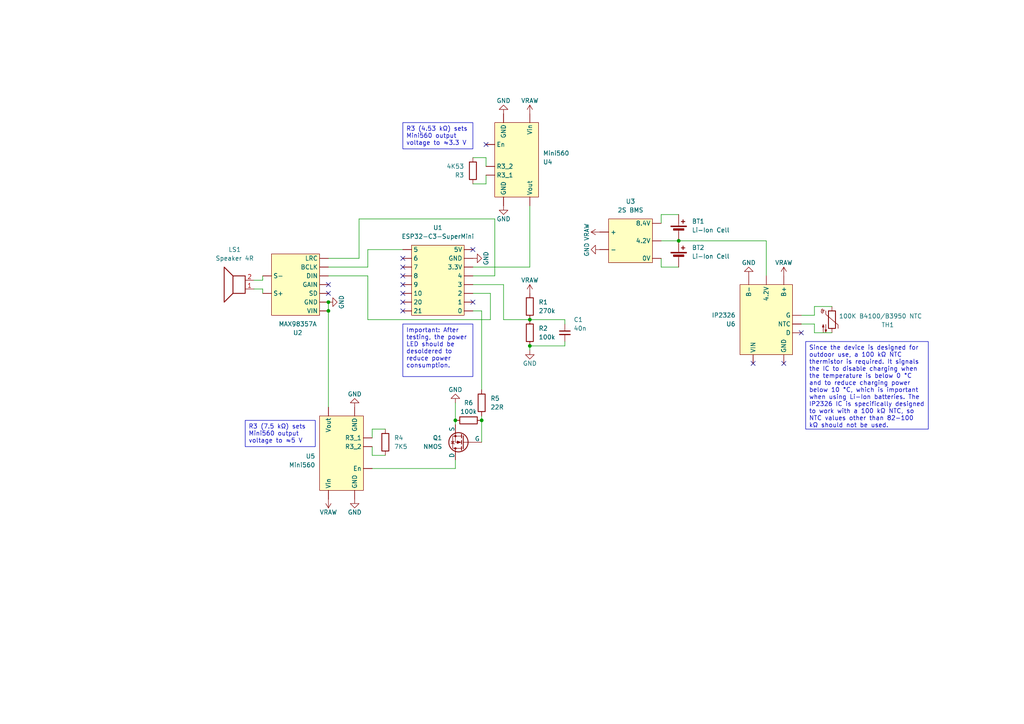
<source format=kicad_sch>
(kicad_sch (version 20250114) (generator "eeschema") (generator_version "9.0")
  (paper "A4")
  (lib_symbols
    (symbol "CustomModules:2S-BMS-LiIon"
      (property "Reference" "U" (at 0 0 0))
      (property "Value" "2S BMS" (at 0.254 2.54 0))
      (symbol "2S-BMS-LiIon_0_1"
        (rectangle (start -6.35 6.35) (end 6.35 -6.35) (fill (type background)))
      )
      (symbol "2S-BMS-LiIon_1_1"
        (pin bidirectional line (at -8.89 2.54 0) (length 2.54) (name "+") (number ""))
        (pin bidirectional line (at -8.89 -2.54 0) (length 2.54) (name "-") (number ""))
        (pin power_in line (at 8.89 5.08 180) (length 2.54) (name "8.4V") (number ""))
        (pin power_in line (at 8.89 0 180) (length 2.54) (name "4.2V") (number ""))
        (pin power_in line (at 8.89 -5.08 180) (length 2.54) (name "0V") (number ""))
      )
    )
    (symbol "CustomModules:ESP32-C3-SuperMini"
      (property "Reference" "U" (at 0 3.81 0))
      (property "Value" "ESP32-C3-SuperMini" (at 0.508 12.7 0))
      (symbol "ESP32-C3-SuperMini_0_1"
        (rectangle (start -7.62 10.16) (end 7.62 -10.16) (fill (type background)))
      )
      (symbol "ESP32-C3-SuperMini_1_1"
        (pin bidirectional line (at -10.16 8.89 0) (length 2.54) (name "5") (number ""))
        (pin bidirectional line (at -10.16 6.35 0) (length 2.54) (name "6") (number ""))
        (pin bidirectional line (at -10.16 3.81 0) (length 2.54) (name "7") (number ""))
        (pin bidirectional line (at -10.16 1.27 0) (length 2.54) (name "8") (number ""))
        (pin bidirectional line (at -10.16 -1.27 0) (length 2.54) (name "9") (number ""))
        (pin bidirectional line (at -10.16 -3.81 0) (length 2.54) (name "10") (number ""))
        (pin bidirectional line (at -10.16 -6.35 0) (length 2.54) (name "20") (number ""))
        (pin bidirectional line (at -10.16 -8.89 0) (length 2.54) (name "21") (number ""))
        (pin power_in line (at 10.16 8.89 180) (length 2.54) (name "5V") (number ""))
        (pin power_in line (at 10.16 6.35 180) (length 2.54) (name "GND") (number ""))
        (pin power_in line (at 10.16 3.81 180) (length 2.54) (name "3.3V") (number ""))
        (pin bidirectional line (at 10.16 1.27 180) (length 2.54) (name "4") (number ""))
        (pin bidirectional line (at 10.16 -1.27 180) (length 2.54) (name "3") (number ""))
        (pin bidirectional line (at 10.16 -3.81 180) (length 2.54) (name "2") (number ""))
        (pin bidirectional line (at 10.16 -6.35 180) (length 2.54) (name "1") (number ""))
        (pin bidirectional line (at 10.16 -8.89 180) (length 2.54) (name "0") (number ""))
      )
    )
    (symbol "CustomModules:IP2326-Module"
      (property "Reference" "U" (at 0 0 0))
      (property "Value" "IP2326" (at -0.254 22.86 0))
      (symbol "IP2326-Module_0_1"
        (rectangle (start -7.62 8.89) (end 7.62 -11.43) (fill (type background)))
      )
      (symbol "IP2326-Module_1_1"
        (pin output line (at -10.16 2.54 0) (length 2.54) (name "D") (number ""))
        (pin output line (at -10.16 0 0) (length 2.54) (name "NTC") (number ""))
        (pin power_in line (at -10.16 -2.54 0) (length 2.54) (name "G") (number ""))
        (pin power_in line (at -5.08 11.43 270) (length 2.54) (name "GND") (number ""))
        (pin power_out line (at -5.08 -13.97 90) (length 2.54) (name "B+") (number ""))
        (pin unspecified line (at 0 -13.97 90) (length 2.54) (name "4.2V") (number ""))
        (pin power_in line (at 3.81 11.43 270) (length 2.54) (name "VIN") (number ""))
        (pin power_out line (at 5.08 -13.97 90) (length 2.54) (name "B-") (number ""))
      )
    )
    (symbol "CustomModules:MAX98357A-Module"
      (property "Reference" "U" (at 0 1.524 0))
      (property "Value" "MAX98357A" (at 0.254 3.556 0))
      (symbol "MAX98357A-Module_0_1"
        (rectangle (start -8.89 8.89) (end 8.89 -5.08) (fill (type background)))
      )
      (symbol "MAX98357A-Module_1_1"
        (pin input line (at -7.62 -7.62 90) (length 2.54) (name "LRC") (number ""))
        (pin input line (at -5.08 -7.62 90) (length 2.54) (name "BCLK") (number ""))
        (pin output line (at -2.54 11.43 270) (length 2.54) (name "S-") (number ""))
        (pin input line (at -2.54 -7.62 90) (length 2.54) (name "DIN") (number ""))
        (pin input line (at 0 -7.62 90) (length 2.54) (name "GAIN") (number ""))
        (pin output line (at 2.54 11.43 270) (length 2.54) (name "S+") (number ""))
        (pin input line (at 2.54 -7.62 90) (length 2.54) (name "SD") (number ""))
        (pin power_in line (at 5.08 -7.62 90) (length 2.54) (name "GND") (number ""))
        (pin power_in line (at 7.62 -7.62 90) (length 2.54) (name "VIN") (number ""))
      )
    )
    (symbol "CustomModules:Mini560"
      (property "Reference" "U" (at 0 0 0))
      (property "Value" "Mini560" (at 0 15.24 0))
      (symbol "Mini560_0_1"
        (rectangle (start -6.35 11.43) (end 6.35 -10.16) (fill (type background)))
      )
      (symbol "Mini560_1_1"
        (pin power_out line (at -3.81 13.97 270) (length 2.54) (name "Vout") (number ""))
        (pin power_in line (at -3.81 -12.7 90) (length 2.54) (name "Vin") (number ""))
        (pin power_out line (at 3.81 13.97 270) (length 2.54) (name "GND") (number ""))
        (pin power_in line (at 3.81 -12.7 90) (length 2.54) (name "GND") (number ""))
        (pin unspecified line (at 8.89 5.08 180) (length 2.54) (name "R3_1") (number ""))
        (pin unspecified line (at 8.89 2.54 180) (length 2.54) (name "R3_2") (number ""))
        (pin unspecified line (at 8.89 -3.81 180) (length 2.54) (name "En") (number ""))
      )
    )
    (symbol "Device:Battery_Cell" (pin_numbers (hide yes)) (pin_names (offset 0) (hide yes))
      (property "Reference" "BT" (at 2.54 2.54 0))
      (property "Value" "Battery_Cell" (at 2.54 0 0))
      (symbol "Battery_Cell_0_1"
        (rectangle (start -2.286 1.778) (end 2.286 1.524) (fill (type outline)))
        (rectangle (start -1.524 1.016) (end 1.524 0.508) (fill (type outline)))
        (polyline (pts (xy 0 1.778) (xy 0 2.54)))
        (polyline (pts (xy 0 0.762) (xy 0 0)))
        (polyline (pts (xy 0.762 3.048) (xy 1.778 3.048)) (stroke (width 0.254)))
        (polyline (pts (xy 1.27 3.556) (xy 1.27 2.54)) (stroke (width 0.254)))
      )
      (symbol "Battery_Cell_1_1"
        (pin passive line (at 0 5.08 270) (length 2.54) (name "+") (number "1"))
        (pin passive line (at 0 -2.54 90) (length 2.54) (name "-") (number "2"))
      )
    )
    (symbol "Device:R" (pin_numbers (hide yes)) (pin_names (offset 0))
      (property "Reference" "R" (at 2.032 0 90))
      (property "Value" "R" (at 0 0 90))
      (symbol "R_0_1"
        (rectangle (start -1.016 -2.54) (end 1.016 2.54) (stroke (width 0.254)))
      )
      (symbol "R_1_1"
        (pin passive line (at 0 3.81 270) (length 1.27) (name "~") (number "1"))
        (pin passive line (at 0 -3.81 90) (length 1.27) (name "~") (number "2"))
      )
    )
    (symbol "Device:Speaker" (pin_names (offset 0) (hide yes))
      (property "Reference" "LS" (at 1.27 5.715 0))
      (property "Value" "Speaker" (at 1.27 3.81 0))
      (symbol "Speaker_0_0"
        (rectangle (start -2.54 1.27) (end 1.016 -3.81) (stroke (width 0.254)))
        (polyline (pts (xy 1.016 1.27) (xy 3.556 3.81) (xy 3.556 -6.35) (xy 1.016 -3.81)) (stroke (width 0.254)))
      )
      (symbol "Speaker_1_1"
        (pin input line (at -5.08 0 0) (length 2.54) (name "1") (number "1"))
        (pin input line (at -5.08 -2.54 0) (length 2.54) (name "2") (number "2"))
      )
    )
    (symbol "Device:Thermistor_NTC" (pin_numbers (hide yes)) (pin_names (offset 0))
      (property "Reference" "TH" (at -4.445 0 90))
      (property "Value" "Thermistor_NTC" (at 3.175 0 90))
      (symbol "Thermistor_NTC_0_1"
        (arc (start -3.175 2.413) (mid -3.0506 2.3165) (end -3.048 2.159))
        (arc (start -3.048 2.794) (mid -2.9736 2.9736) (end -2.794 3.048))
        (arc (start -2.794 3.048) (mid -2.6144 2.9736) (end -2.54 2.794))
        (arc (start -2.794 2.54) (mid -2.9736 2.6144) (end -3.048 2.794))
        (arc (start -2.794 1.905) (mid -2.9736 1.9794) (end -3.048 2.159))
        (arc (start -2.54 2.159) (mid -2.6144 1.9794) (end -2.794 1.905))
        (arc (start -2.159 2.794) (mid -2.434 2.5608) (end -2.794 2.54))
        (polyline (pts (xy -2.54 2.159) (xy -2.54 2.794)))
        (polyline (pts (xy -2.54 -3.683) (xy -2.54 -1.397) (xy -2.794 -2.159) (xy -2.286 -2.159) (xy -2.54 -1.397) (xy -2.54 -1.651)) (fill (type outline)))
        (polyline (pts (xy -1.778 2.54) (xy -1.778 1.524) (xy 1.778 -1.524) (xy 1.778 -2.54)))
        (polyline (pts (xy -1.778 -1.397) (xy -1.778 -3.683) (xy -2.032 -2.921) (xy -1.524 -2.921) (xy -1.778 -3.683) (xy -1.778 -3.429)) (fill (type outline)))
        (rectangle (start -1.016 2.54) (end 1.016 -2.54) (stroke (width 0.254)))
      )
      (symbol "Thermistor_NTC_1_1"
        (pin passive line (at 0 3.81 270) (length 1.27) (name "~") (number "1"))
        (pin passive line (at 0 -3.81 90) (length 1.27) (name "~") (number "2"))
      )
    )
    (symbol "Mini560_1"
      (property "Reference" "U" (at 0 0 0))
      (property "Value" "Mini560" (at 0 15.24 0))
      (symbol "Mini560_1_0_1"
        (rectangle (start -6.35 11.43) (end 6.35 -10.16) (fill (type background)))
      )
      (symbol "Mini560_1_1_1"
        (pin power_out line (at -3.81 13.97 270) (length 2.54) (name "Vout") (number ""))
        (pin power_in line (at -3.81 -12.7 90) (length 2.54) (name "Vin") (number ""))
        (pin power_out line (at 3.81 13.97 270) (length 2.54) (name "GND") (number ""))
        (pin power_in line (at 3.81 -12.7 90) (length 2.54) (name "GND") (number ""))
        (pin unspecified line (at 8.89 5.08 180) (length 2.54) (name "R3_1") (number ""))
        (pin unspecified line (at 8.89 2.54 180) (length 2.54) (name "R3_2") (number ""))
        (pin unspecified line (at 8.89 -3.81 180) (length 2.54) (name "En") (number ""))
      )
    )
    (symbol "PCM_SparkFun-Capacitor:C" (pin_numbers (hide yes)) (pin_names (offset 0.254))
      (property "Reference" "C" (at 0.635 2.54 0))
      (property "Value" "C" (at 0.635 -2.54 0))
      (property "Voltage" "1kV" (at 0 -6.35 0))
      (property "Tolerance" "100%" (at 0 -8.89 0))
      (symbol "C_0_1"
        (polyline (pts (xy -1.524 0.508) (xy 1.524 0.508)) (stroke (width 0.3048)))
        (polyline (pts (xy -1.524 -0.508) (xy 1.524 -0.508)) (stroke (width 0.3302)))
      )
      (symbol "C_1_1"
        (pin passive line (at 0 2.54 270) (length 2.032) (name "~") (number "1"))
        (pin passive line (at 0 -2.54 90) (length 2.032) (name "~") (number "2"))
      )
    )
    (symbol "PCM_SparkFun-PowerSymbol:GND" (power) (pin_names (offset 0))
      (property "Value" "GND" (at 0 -3.81 0))
      (symbol "GND_0_1"
        (polyline (pts (xy 0 0) (xy 0 -1.27) (xy 1.27 -1.27) (xy 0 -2.54) (xy -1.27 -1.27) (xy 0 -1.27)))
      )
      (symbol "GND_1_1"
        (pin power_in line (at 0 0 270) (length 0) (hide yes) (name "GND") (number "1"))
      )
    )
    (symbol "PCM_SparkFun-PowerSymbol:VRAW" (power) (pin_names (offset 0))
      (property "Value" "VRAW" (at 0 3.81 0))
      (symbol "VRAW_0_1"
        (polyline (pts (xy -0.762 1.27) (xy 0 2.54)))
        (polyline (pts (xy 0 2.54) (xy 0.762 1.27)))
        (polyline (pts (xy 0 0) (xy 0 2.54)))
      )
      (symbol "VRAW_1_1"
        (pin power_in line (at 0 0 90) (length 0) (hide yes) (name "VRAW") (number "1"))
      )
    )
    (symbol "Simulation_SPICE:NMOS" (pin_numbers (hide yes)) (pin_names (offset 0))
      (property "Reference" "Q" (at 5.08 1.27 0))
      (property "Value" "NMOS" (at 5.08 -1.27 0))
      (symbol "NMOS_0_1"
        (polyline (pts (xy 0.254 1.905) (xy 0.254 -1.905)) (stroke (width 0.254)))
        (polyline (pts (xy 0.254 0) (xy -2.54 0)))
        (polyline (pts (xy 0.762 2.286) (xy 0.762 1.27)) (stroke (width 0.254)))
        (polyline (pts (xy 0.762 0.508) (xy 0.762 -0.508)) (stroke (width 0.254)))
        (polyline (pts (xy 0.762 -1.27) (xy 0.762 -2.286)) (stroke (width 0.254)))
        (polyline (pts (xy 0.762 -1.778) (xy 3.302 -1.778) (xy 3.302 1.778) (xy 0.762 1.778)))
        (polyline (pts (xy 1.016 0) (xy 2.032 0.381) (xy 2.032 -0.381) (xy 1.016 0)) (fill (type outline)))
        (circle (center 1.651 0) (radius 2.794) (stroke (width 0.254)))
        (polyline (pts (xy 2.54 2.54) (xy 2.54 1.778)))
        (circle (center 2.54 1.778) (radius 0.254) (fill (type outline)))
        (circle (center 2.54 -1.778) (radius 0.254) (fill (type outline)))
        (polyline (pts (xy 2.54 -2.54) (xy 2.54 0) (xy 0.762 0)))
        (polyline (pts (xy 2.794 0.508) (xy 2.921 0.381) (xy 3.683 0.381) (xy 3.81 0.254)))
        (polyline (pts (xy 3.302 0.381) (xy 2.921 -0.254) (xy 3.683 -0.254) (xy 3.302 0.381)))
      )
      (symbol "NMOS_1_1"
        (pin input line (at -5.08 0 0) (length 2.54) (name "G") (number "2"))
        (pin passive line (at 2.54 5.08 270) (length 2.54) (name "D") (number "1"))
        (pin passive line (at 2.54 -5.08 90) (length 2.54) (name "S") (number "3"))
      )
    )
  )
  (text_box "R3 (4.53 kΩ) sets Mini560 output voltage to ≈3.3 V" (at 116.84 35.56 0) (size 20.32 7.62) (margins 0.9525 0.9525 0.9525 0.9525) (effects (font (size 1.27 1.27)) (justify left top)))
  (text_box "R3 (7.5 kΩ) sets Mini560 output voltage to ≈5 V" (at 71.12 121.92 0) (size 20.32 7.62) (margins 0.9525 0.9525 0.9525 0.9525) (effects (font (size 1.27 1.27)) (justify left top)))
  (text_box "Since the device is designed for outdoor use, a 100 kΩ NTC thermistor is required. It signals the IC to disable charging when the temperature is below 0 °C and to reduce charging power below 10 °C, which is important when using Li-Ion batteries. The IP2326 IC is specifically designed to work with a 100 kΩ NTC, so NTC values other than 82-100 kΩ should not be used." (at 233.68 99.06 0) (size 35.56 25.4) (margins 0.9525 0.9525 0.9525 0.9525) (effects (font (size 1.27 1.27)) (justify left top)))
  (text_box "Important: After testing, the power LED should be desoldered to reduce power consumption." (at 116.84 93.98 0) (size 20.32 15.24) (margins 0.9525 0.9525 0.9525 0.9525) (effects (font (size 1.27 1.27)) (justify left top)))
  (junction (at 139.7 121.92))
  (junction (at 153.67 92.71))
  (junction (at 196.85 69.85))
  (junction (at 153.67 100.33))
  (junction (at 95.25 87.63))
  (junction (at 132.08 121.92))
  (junction (at 95.25 90.17))
  (no_connect (at 116.84 87.63))
  (no_connect (at 137.16 87.63))
  (no_connect (at 95.25 82.55))
  (no_connect (at 137.16 72.39))
  (no_connect (at 116.84 77.47))
  (no_connect (at 232.41 96.52))
  (no_connect (at 116.84 74.93))
  (no_connect (at 218.44 105.41))
  (no_connect (at 95.25 85.09))
  (no_connect (at 116.84 80.01))
  (no_connect (at 227.33 105.41))
  (no_connect (at 116.84 85.09))
  (no_connect (at 116.84 82.55))
  (no_connect (at 140.97 41.91))
  (no_connect (at 116.84 90.17))
  (wire (pts (xy 139.7 121.92) (xy 139.7 128.27)))
  (wire (pts (xy 76.2 83.82) (xy 76.2 85.09)))
  (wire (pts (xy 104.14 63.5) (xy 143.51 63.5)))
  (wire (pts (xy 107.95 124.46) (xy 107.95 127)))
  (wire (pts (xy 137.16 77.47) (xy 153.67 77.47)))
  (wire (pts (xy 236.22 96.52) (xy 236.22 93.98)))
  (wire (pts (xy 196.85 77.47) (xy 191.77 77.47)))
  (wire (pts (xy 137.16 85.09) (xy 142.24 85.09)))
  (wire (pts (xy 137.16 82.55) (xy 146.05 82.55)))
  (wire (pts (xy 163.83 93.98) (xy 163.83 92.71)))
  (wire (pts (xy 137.16 45.72) (xy 140.97 45.72)))
  (wire (pts (xy 73.66 81.28) (xy 76.2 81.28)))
  (wire (pts (xy 236.22 93.98) (xy 232.41 93.98)))
  (wire (pts (xy 95.25 90.17) (xy 95.25 87.63)))
  (wire (pts (xy 140.97 45.72) (xy 140.97 48.26)))
  (wire (pts (xy 106.68 72.39) (xy 116.84 72.39)))
  (wire (pts (xy 106.68 77.47) (xy 95.25 77.47)))
  (wire (pts (xy 196.85 69.85) (xy 222.25 69.85)))
  (wire (pts (xy 146.05 92.71) (xy 153.67 92.71)))
  (wire (pts (xy 236.22 88.9) (xy 241.3 88.9)))
  (wire (pts (xy 153.67 59.69) (xy 153.67 77.47)))
  (wire (pts (xy 132.08 123.19) (xy 132.08 121.92)))
  (wire (pts (xy 163.83 99.06) (xy 163.83 100.33)))
  (wire (pts (xy 106.68 72.39) (xy 106.68 77.47)))
  (wire (pts (xy 95.25 90.17) (xy 95.25 118.11)))
  (wire (pts (xy 132.08 135.89) (xy 132.08 133.35)))
  (wire (pts (xy 104.14 63.5) (xy 104.14 74.93)))
  (wire (pts (xy 153.67 100.33) (xy 163.83 100.33)))
  (wire (pts (xy 191.77 62.23) (xy 191.77 64.77)))
  (wire (pts (xy 139.7 90.17) (xy 137.16 90.17)))
  (wire (pts (xy 196.85 62.23) (xy 191.77 62.23)))
  (wire (pts (xy 104.14 74.93) (xy 95.25 74.93)))
  (wire (pts (xy 111.76 132.08) (xy 107.95 132.08)))
  (wire (pts (xy 132.08 121.92) (xy 132.08 116.84)))
  (wire (pts (xy 191.77 77.47) (xy 191.77 74.93)))
  (wire (pts (xy 146.05 82.55) (xy 146.05 92.71)))
  (wire (pts (xy 143.51 80.01) (xy 143.51 63.5)))
  (wire (pts (xy 153.67 92.71) (xy 163.83 92.71)))
  (wire (pts (xy 236.22 91.44) (xy 236.22 88.9)))
  (wire (pts (xy 106.68 92.71) (xy 106.68 80.01)))
  (wire (pts (xy 140.97 53.34) (xy 137.16 53.34)))
  (wire (pts (xy 106.68 80.01) (xy 95.25 80.01)))
  (wire (pts (xy 111.76 124.46) (xy 107.95 124.46)))
  (wire (pts (xy 73.66 83.82) (xy 76.2 83.82)))
  (wire (pts (xy 137.16 80.01) (xy 143.51 80.01)))
  (wire (pts (xy 142.24 85.09) (xy 142.24 92.71)))
  (wire (pts (xy 107.95 129.54) (xy 107.95 132.08)))
  (wire (pts (xy 140.97 50.8) (xy 140.97 53.34)))
  (wire (pts (xy 191.77 69.85) (xy 196.85 69.85)))
  (wire (pts (xy 236.22 91.44) (xy 232.41 91.44)))
  (wire (pts (xy 106.68 92.71) (xy 142.24 92.71)))
  (wire (pts (xy 139.7 120.65) (xy 139.7 121.92)))
  (wire (pts (xy 76.2 80.01) (xy 76.2 81.28)))
  (wire (pts (xy 139.7 90.17) (xy 139.7 113.03)))
  (wire (pts (xy 132.08 135.89) (xy 107.95 135.89)))
  (wire (pts (xy 241.3 96.52) (xy 236.22 96.52)))
  (wire (pts (xy 153.67 101.6) (xy 153.67 100.33)))
  (wire (pts (xy 222.25 69.85) (xy 222.25 80.01)))
  (symbol (lib_id "PCM_SparkFun-PowerSymbol:VRAW") (at 153.67 33.02 0) (unit 1)
    (property "Reference" "#PWR08" (effects (hide yes)))
    (property "Value" "VRAW" (at 153.67 29.21 0))
    (property "Description" "Power symbol creates a global label with name \"VRAW\"" (effects (hide yes)))
  )
  (symbol (lib_id "PCM_SparkFun-PowerSymbol:GND") (at 153.67 101.6 0) (unit 1)
    (property "Reference" "#PWR01" (effects (hide yes)))
    (property "Value" "GND" (at 153.67 105.41 0))
    (property "Description" "Power symbol creates a global label with name \"GND\" , ground" (effects (hide yes)))
  )
  (symbol (lib_id "PCM_SparkFun-PowerSymbol:GND") (at 146.05 33.02 180) (unit 1)
    (property "Reference" "#PWR06" (effects (hide yes)))
    (property "Value" "GND" (at 146.05 29.21 0))
    (property "Description" "Power symbol creates a global label with name \"GND\" , ground" (effects (hide yes)))
  )
  (symbol (lib_id "Device:R") (at 111.76 128.27 0) (unit 1)
    (property "Reference" "R4" (at 114.3 126.9999 0) (effects (justify left)))
    (property "Value" "7K5" (at 114.3 129.5399 0) (effects (justify left)))
    (property "Description" "Resistor" (effects (hide yes)))
  )
  (symbol (lib_name "Mini560_1") (lib_id "CustomModules:Mini560") (at 149.86 45.72 180) (unit 1)
    (property "Reference" "U4" (at 157.48 46.9901 0) (effects (justify right)))
    (property "Value" "Mini560" (at 157.48 44.4501 0) (effects (justify right)))
    (property "Description" "A High Efficiency Output 5V 5A mini560 Step Down DC-DC Converter Voltage Regulator Buck Stabilized Power Supply Module" (effects (hide yes)))
  )
  (symbol (lib_id "PCM_SparkFun-PowerSymbol:GND") (at 102.87 144.78 0) (unit 1)
    (property "Reference" "#PWR09" (effects (hide yes)))
    (property "Value" "GND" (at 102.87 148.59 0))
    (property "Description" "Power symbol creates a global label with name \"GND\" , ground" (effects (hide yes)))
  )
  (symbol (lib_id "PCM_SparkFun-PowerSymbol:GND") (at 132.08 116.84 180) (unit 1)
    (property "Reference" "#PWR015" (effects (hide yes)))
    (property "Value" "GND" (at 132.08 113.03 0))
    (property "Description" "Power symbol creates a global label with name \"GND\" , ground" (effects (hide yes)))
  )
  (symbol (lib_id "Device:Battery_Cell") (at 196.85 67.31 0) (unit 1)
    (property "Reference" "BT1" (at 200.66 64.1984 0) (effects (justify left)))
    (property "Value" "Li-Ion Cell" (at 200.66 66.7384 0) (effects (justify left)))
    (property "Description" "Single-cell battery" (effects (hide yes)))
  )
  (symbol (lib_id "PCM_SparkFun-PowerSymbol:VRAW") (at 153.67 85.09 0) (unit 1)
    (property "Reference" "#PWR04" (effects (hide yes)))
    (property "Value" "VRAW" (at 153.67 81.28 0))
    (property "Description" "Power symbol creates a global label with name \"VRAW\"" (effects (hide yes)))
  )
  (symbol (lib_id "Device:Speaker") (at 68.58 83.82 180) (unit 1)
    (property "Reference" "LS1" (at 68.072 72.39 0))
    (property "Value" "Speaker 4R" (at 68.072 74.93 0))
    (property "Description" "Speaker" (effects (hide yes)))
  )
  (symbol (lib_id "PCM_SparkFun-PowerSymbol:GND") (at 217.17 80.01 180) (unit 1)
    (property "Reference" "#PWR013" (effects (hide yes)))
    (property "Value" "GND" (at 217.17 76.2 0))
    (property "Description" "Power symbol creates a global label with name \"GND\" , ground" (effects (hide yes)))
  )
  (symbol (lib_id "CustomModules:Mini560") (at 99.06 132.08 0) (unit 1)
    (property "Reference" "U5" (at 91.44 132.334 0) (effects (justify right)))
    (property "Value" "Mini560" (at 91.44 134.874 0) (effects (justify right)))
    (property "Description" "A High Efficiency Output 5V 5A mini560 Step Down DC-DC Converter Voltage Regulator Buck Stabilized Power Supply Module" (effects (hide yes)))
  )
  (symbol (lib_id "PCM_SparkFun-PowerSymbol:VRAW") (at 173.99 67.31 90) (unit 1)
    (property "Reference" "#PWR03" (effects (hide yes)))
    (property "Value" "VRAW" (at 170.18 67.31 0))
    (property "Description" "Power symbol creates a global label with name \"VRAW\"" (effects (hide yes)))
  )
  (symbol (lib_id "PCM_SparkFun-PowerSymbol:GND") (at 95.25 87.63 90) (unit 1)
    (property "Reference" "#PWR012" (effects (hide yes)))
    (property "Value" "GND" (at 99.06 87.63 0))
    (property "Description" "Power symbol creates a global label with name \"GND\" , ground" (effects (hide yes)))
  )
  (symbol (lib_id "PCM_SparkFun-PowerSymbol:VRAW") (at 95.25 144.78 180) (unit 1)
    (property "Reference" "#PWR011" (effects (hide yes)))
    (property "Value" "VRAW" (at 95.25 148.59 0))
    (property "Description" "Power symbol creates a global label with name \"VRAW\"" (effects (hide yes)))
  )
  (symbol (lib_id "CustomModules:IP2326-Module") (at 222.25 93.98 180) (unit 1)
    (property "Reference" "U6" (at 213.36 93.9801 0) (effects (justify left)))
    (property "Value" "IP2326" (at 213.36 91.4401 0) (effects (justify left)))
    (property "Description" "Boost 2S Li-Ion charging IC" (effects (hide yes)))
  )
  (symbol (lib_id "Device:Thermistor_NTC") (at 241.3 92.71 0) (unit 1)
    (property "Reference" "TH1" (at 259.334 94.234 0) (effects (justify right)))
    (property "Value" "100K B4100/B3950 NTC" (at 267.462 91.694 0) (effects (justify right)))
    (property "Description" "Temperature dependent resistor, negative temperature coefficient" (effects (hide yes)))
  )
  (symbol (lib_id "PCM_SparkFun-Capacitor:C") (at 163.83 96.52 0) (unit 1)
    (property "Reference" "C1" (at 166.37 92.7162 0) (effects (justify left)))
    (property "Value" "40n" (at 166.37 95.2562 0) (effects (justify left)))
    (property "Footprint" "PCM_SparkFun-Capacitor:C_0603_1608Metric" (effects (hide yes)))
    (property "Datasheet" "https://cdn.sparkfun.com/assets/8/a/4/a/5/Kemet_Capacitor_Datasheet.pdf" (effects (hide yes)))
    (property "Description" "Unpolarized capacitor" (effects (hide yes)))
    (property "PROD_ID" "CAP-00000" (effects (hide yes)))
    (property "Voltage" "1kV" (effects (hide yes)))
    (property "Tolerance" "100%" (effects (hide yes)))
  )
  (symbol (lib_id "Simulation_SPICE:NMOS") (at 134.62 128.27 180) (unit 1)
    (property "Reference" "Q1" (at 128.27 126.9999 0) (effects (justify left)))
    (property "Value" "NMOS" (at 128.27 129.5399 0) (effects (justify left)))
    (property "Datasheet" "https://ngspice.sourceforge.io/docs/ngspice-html-manual/manual.xhtml#cha_MOSFETs" (effects (hide yes)))
    (property "Description" "N-MOSFET transistor, drain/source/gate" (effects (hide yes)))
    (property "Sim.Device" "NMOS" (effects (hide yes)))
    (property "Sim.Type" "VDMOS" (effects (hide yes)))
    (property "Sim.Pins" "1=D 2=G 3=S" (effects (hide yes)))
  )
  (symbol (lib_id "CustomModules:MAX98357A-Module") (at 87.63 82.55 90) (mirror x) (unit 1)
    (property "Reference" "U2" (at 86.36 96.52 90))
    (property "Value" "MAX98357A" (at 86.36 93.98 90))
  )
  (symbol (lib_id "PCM_SparkFun-PowerSymbol:GND") (at 146.05 59.69 0) (unit 1)
    (property "Reference" "#PWR05" (effects (hide yes)))
    (property "Value" "GND" (at 146.05 63.5 0))
    (property "Description" "Power symbol creates a global label with name \"GND\" , ground" (effects (hide yes)))
  )
  (symbol (lib_id "CustomModules:2S-BMS-LiIon") (at 182.88 69.85 0) (unit 1)
    (property "Reference" "U3" (at 182.88 58.42 0))
    (property "Value" "2S BMS" (at 182.88 60.96 0))
  )
  (symbol (lib_id "Device:R") (at 153.67 88.9 0) (unit 1)
    (property "Reference" "R1" (at 156.21 87.6299 0) (effects (justify left)))
    (property "Value" "270k" (at 156.21 90.1699 0) (effects (justify left)))
    (property "Description" "Resistor" (effects (hide yes)))
  )
  (symbol (lib_id "Device:R") (at 139.7 116.84 0) (unit 1)
    (property "Reference" "R5" (at 142.24 115.5699 0) (effects (justify left)))
    (property "Value" "22R" (at 142.24 118.1099 0) (effects (justify left)))
    (property "Description" "Resistor" (effects (hide yes)))
  )
  (symbol (lib_id "PCM_SparkFun-PowerSymbol:GND") (at 102.87 118.11 180) (unit 1)
    (property "Reference" "#PWR010" (effects (hide yes)))
    (property "Value" "GND" (at 102.87 114.3 0))
    (property "Description" "Power symbol creates a global label with name \"GND\" , ground" (effects (hide yes)))
  )
  (symbol (lib_id "Device:R") (at 135.89 121.92 90) (unit 1)
    (property "Reference" "R6" (at 135.89 116.84 90))
    (property "Value" "100k" (at 135.89 119.38 90))
    (property "Description" "Resistor" (effects (hide yes)))
  )
  (symbol (lib_id "PCM_SparkFun-PowerSymbol:GND") (at 137.16 74.93 90) (unit 1)
    (property "Reference" "#PWR07" (effects (hide yes)))
    (property "Value" "GND" (at 140.97 74.93 0))
    (property "Description" "Power symbol creates a global label with name \"GND\" , ground" (effects (hide yes)))
  )
  (symbol (lib_id "CustomModules:ESP32-C3-SuperMini") (at 127 81.28 0) (unit 1)
    (property "Reference" "U1" (at 127 66.04 0))
    (property "Value" "ESP32-C3-SuperMini" (at 127 68.58 0))
  )
  (symbol (lib_id "Device:R") (at 137.16 49.53 180) (unit 1)
    (property "Reference" "R3" (at 134.62 50.8001 0) (effects (justify left)))
    (property "Value" "4K53" (at 134.62 48.2601 0) (effects (justify left)))
    (property "Description" "Resistor" (effects (hide yes)))
  )
  (symbol (lib_id "Device:Battery_Cell") (at 196.85 74.93 0) (unit 1)
    (property "Reference" "BT2" (at 200.66 71.8184 0) (effects (justify left)))
    (property "Value" "Li-Ion Cell" (at 200.66 74.3584 0) (effects (justify left)))
    (property "Description" "Single-cell battery" (effects (hide yes)))
  )
  (symbol (lib_id "PCM_SparkFun-PowerSymbol:VRAW") (at 227.33 80.01 0) (unit 1)
    (property "Reference" "#PWR014" (effects (hide yes)))
    (property "Value" "VRAW" (at 227.33 76.2 0))
    (property "Description" "Power symbol creates a global label with name \"VRAW\"" (effects (hide yes)))
  )
  (symbol (lib_id "Device:R") (at 153.67 96.52 0) (unit 1)
    (property "Reference" "R2" (at 156.21 95.2499 0) (effects (justify left)))
    (property "Value" "100k" (at 156.21 97.7899 0) (effects (justify left)))
    (property "Description" "Resistor" (effects (hide yes)))
  )
  (symbol (lib_id "PCM_SparkFun-PowerSymbol:GND") (at 173.99 72.39 270) (unit 1)
    (property "Reference" "#PWR02" (effects (hide yes)))
    (property "Value" "GND" (at 170.18 72.39 0))
    (property "Description" "Power symbol creates a global label with name \"GND\" , ground" (effects (hide yes)))
  )
)
</source>
